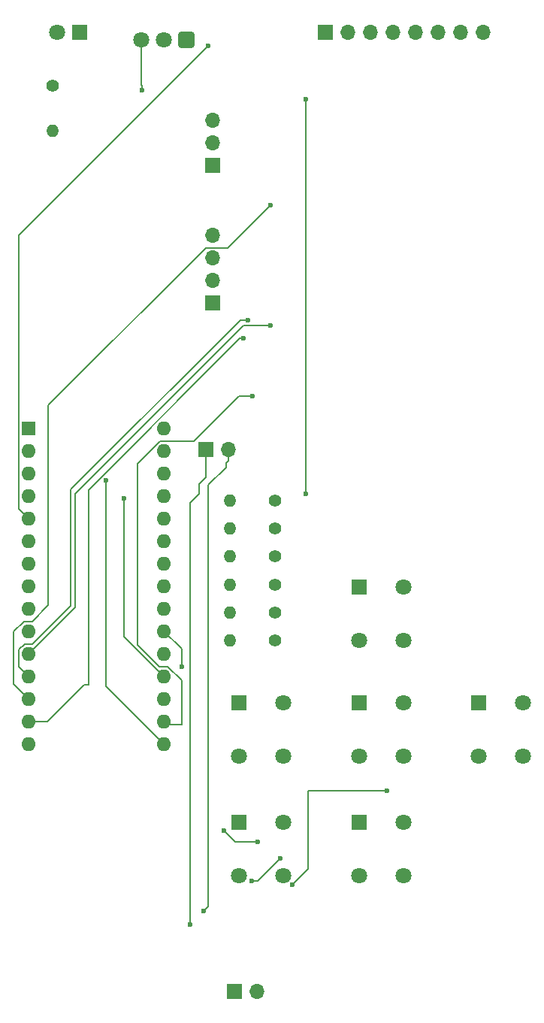
<source format=gbr>
%TF.GenerationSoftware,KiCad,Pcbnew,8.0.5*%
%TF.CreationDate,2024-11-02T20:08:25+01:00*%
%TF.ProjectId,universal_remote,756e6976-6572-4736-916c-5f72656d6f74,rev?*%
%TF.SameCoordinates,Original*%
%TF.FileFunction,Copper,L2,Bot*%
%TF.FilePolarity,Positive*%
%FSLAX46Y46*%
G04 Gerber Fmt 4.6, Leading zero omitted, Abs format (unit mm)*
G04 Created by KiCad (PCBNEW 8.0.5) date 2024-11-02 20:08:25*
%MOMM*%
%LPD*%
G01*
G04 APERTURE LIST*
G04 Aperture macros list*
%AMRoundRect*
0 Rectangle with rounded corners*
0 $1 Rounding radius*
0 $2 $3 $4 $5 $6 $7 $8 $9 X,Y pos of 4 corners*
0 Add a 4 corners polygon primitive as box body*
4,1,4,$2,$3,$4,$5,$6,$7,$8,$9,$2,$3,0*
0 Add four circle primitives for the rounded corners*
1,1,$1+$1,$2,$3*
1,1,$1+$1,$4,$5*
1,1,$1+$1,$6,$7*
1,1,$1+$1,$8,$9*
0 Add four rect primitives between the rounded corners*
20,1,$1+$1,$2,$3,$4,$5,0*
20,1,$1+$1,$4,$5,$6,$7,0*
20,1,$1+$1,$6,$7,$8,$9,0*
20,1,$1+$1,$8,$9,$2,$3,0*%
G04 Aperture macros list end*
%TA.AperFunction,ComponentPad*%
%ADD10C,1.400000*%
%TD*%
%TA.AperFunction,ComponentPad*%
%ADD11O,1.400000X1.400000*%
%TD*%
%TA.AperFunction,ComponentPad*%
%ADD12R,1.700000X1.700000*%
%TD*%
%TA.AperFunction,ComponentPad*%
%ADD13O,1.700000X1.700000*%
%TD*%
%TA.AperFunction,ComponentPad*%
%ADD14R,1.800000X1.800000*%
%TD*%
%TA.AperFunction,ComponentPad*%
%ADD15C,1.800000*%
%TD*%
%TA.AperFunction,ComponentPad*%
%ADD16RoundRect,0.248400X0.651600X0.651600X-0.651600X0.651600X-0.651600X-0.651600X0.651600X-0.651600X0*%
%TD*%
%TA.AperFunction,ComponentPad*%
%ADD17R,1.600000X1.600000*%
%TD*%
%TA.AperFunction,ComponentPad*%
%ADD18O,1.600000X1.600000*%
%TD*%
%TA.AperFunction,ViaPad*%
%ADD19C,0.600000*%
%TD*%
%TA.AperFunction,Conductor*%
%ADD20C,0.200000*%
%TD*%
G04 APERTURE END LIST*
D10*
%TO.P,R4,1*%
%TO.N,Net-(A1-GND-Pad29)*%
X131500000Y-101200000D03*
D11*
%TO.P,R4,2*%
%TO.N,Net-(A1-A2)*%
X126420000Y-101200000D03*
%TD*%
D10*
%TO.P,R5,1*%
%TO.N,Net-(A1-GND-Pad29)*%
X131500000Y-98050000D03*
D11*
%TO.P,R5,2*%
%TO.N,Net-(A1-A3)*%
X126420000Y-98050000D03*
%TD*%
D10*
%TO.P,R6,1*%
%TO.N,Net-(A1-GND-Pad29)*%
X131500000Y-94900000D03*
D11*
%TO.P,R6,2*%
%TO.N,Net-(A1-A4)*%
X126420000Y-94900000D03*
%TD*%
D10*
%TO.P,R2,1*%
%TO.N,Net-(A1-GND-Pad29)*%
X131500000Y-107500000D03*
D11*
%TO.P,R2,2*%
%TO.N,Net-(A1-A0)*%
X126420000Y-107500000D03*
%TD*%
D12*
%TO.P,J1,1,Pin_1*%
%TO.N,Net-(D1-K)*%
X137220000Y-39000000D03*
D13*
%TO.P,J1,2,Pin_2*%
%TO.N,Net-(A1-+5V)*%
X139760000Y-39000000D03*
%TO.P,J1,3,Pin_3*%
%TO.N,Net-(A1-D13)*%
X142300000Y-39000000D03*
%TO.P,J1,4,Pin_4*%
%TO.N,Net-(A1-D11)*%
X144840000Y-39000000D03*
%TO.P,J1,5,Pin_5*%
%TO.N,Net-(A1-D8)*%
X147380000Y-39000000D03*
%TO.P,J1,6,Pin_6*%
%TO.N,Net-(A1-D9)*%
X149920000Y-39000000D03*
%TO.P,J1,7,Pin_7*%
%TO.N,Net-(A1-D10)*%
X152460000Y-39000000D03*
%TO.P,J1,8,Pin_8*%
%TO.N,Net-(A1-3V3)*%
X155000000Y-39000000D03*
%TD*%
D14*
%TO.P,rightBtn,1,A*%
%TO.N,Net-(A1-A3)*%
X154500000Y-114500000D03*
D15*
%TO.P,rightBtn,2,A*%
X159500000Y-114500000D03*
%TO.P,rightBtn,3,B*%
%TO.N,Net-(A1-+5V)*%
X154500000Y-120500000D03*
%TO.P,rightBtn,4,B*%
X159500000Y-120500000D03*
%TD*%
D14*
%TO.P,confirmBtn,1,A*%
%TO.N,Net-(A1-A5)*%
X141000000Y-114500000D03*
D15*
%TO.P,confirmBtn,2,A*%
X146000000Y-114500000D03*
%TO.P,confirmBtn,3,B*%
%TO.N,Net-(A1-+5V)*%
X141000000Y-120500000D03*
%TO.P,confirmBtn,4,B*%
X146000000Y-120500000D03*
%TD*%
D12*
%TO.P,J2,1,Pin_1*%
%TO.N,Net-(BT1-+)*%
X126960000Y-147000000D03*
D13*
%TO.P,J2,2,Pin_2*%
%TO.N,Net-(BT1--)*%
X129500000Y-147000000D03*
%TD*%
D14*
%TO.P,downBtn,1,A*%
%TO.N,Net-(A1-A1)*%
X141000000Y-128000000D03*
D15*
%TO.P,downBtn,2,A*%
X146000000Y-128000000D03*
%TO.P,downBtn,3,B*%
%TO.N,Net-(A1-+5V)*%
X141000000Y-134000000D03*
%TO.P,downBtn,4,B*%
X146000000Y-134000000D03*
%TD*%
D14*
%TO.P,upBtn,1,A*%
%TO.N,Net-(A1-A0)*%
X141000000Y-101500000D03*
D15*
%TO.P,upBtn,2,A*%
X146000000Y-101500000D03*
%TO.P,upBtn,3,B*%
%TO.N,Net-(A1-+5V)*%
X141000000Y-107500000D03*
%TO.P,upBtn,4,B*%
X146000000Y-107500000D03*
%TD*%
D10*
%TO.P,R7,1*%
%TO.N,Net-(A1-GND-Pad29)*%
X131500000Y-91750000D03*
D11*
%TO.P,R7,2*%
%TO.N,Net-(A1-A5)*%
X126420000Y-91750000D03*
%TD*%
D16*
%TO.P,U1,1,OUT*%
%TO.N,Net-(A1-D2)*%
X121500000Y-39815000D03*
D15*
%TO.P,U1,2,GND*%
%TO.N,Net-(D1-K)*%
X118960000Y-39815000D03*
%TO.P,U1,3,Vs*%
%TO.N,Net-(A1-+5V)*%
X116420000Y-39815000D03*
%TD*%
D17*
%TO.P,A1,1,D1/TX*%
%TO.N,unconnected-(A1-D1{slash}TX-Pad1)*%
X103760000Y-83600000D03*
D18*
%TO.P,A1,2,D0/RX*%
%TO.N,unconnected-(A1-D0{slash}RX-Pad2)*%
X103760000Y-86140000D03*
%TO.P,A1,3,~{RESET}*%
%TO.N,unconnected-(A1-~{RESET}-Pad3)*%
X103760000Y-88680000D03*
%TO.P,A1,4,GND*%
%TO.N,Net-(D1-K)*%
X103760000Y-91220000D03*
%TO.P,A1,5,D2*%
%TO.N,Net-(A1-D2)*%
X103760000Y-93760000D03*
%TO.P,A1,6,D3*%
%TO.N,Net-(A1-D3)*%
X103760000Y-96300000D03*
%TO.P,A1,7,D4*%
%TO.N,unconnected-(A1-D4-Pad7)*%
X103760000Y-98840000D03*
%TO.P,A1,8,D5*%
%TO.N,unconnected-(A1-D5-Pad8)*%
X103760000Y-101380000D03*
%TO.P,A1,9,D6*%
%TO.N,unconnected-(A1-D6-Pad9)*%
X103760000Y-103920000D03*
%TO.P,A1,10,D7*%
%TO.N,unconnected-(A1-D7-Pad10)*%
X103760000Y-106460000D03*
%TO.P,A1,11,D8*%
%TO.N,Net-(A1-D8)*%
X103760000Y-109000000D03*
%TO.P,A1,12,D9*%
%TO.N,Net-(A1-D9)*%
X103760000Y-111540000D03*
%TO.P,A1,13,D10*%
%TO.N,Net-(A1-D10)*%
X103760000Y-114080000D03*
%TO.P,A1,14,D11*%
%TO.N,Net-(A1-D11)*%
X103760000Y-116620000D03*
%TO.P,A1,15,D12*%
%TO.N,unconnected-(A1-D12-Pad15)*%
X103760000Y-119160000D03*
%TO.P,A1,16,D13*%
%TO.N,Net-(A1-D13)*%
X119000000Y-119160000D03*
%TO.P,A1,17,3V3*%
%TO.N,Net-(A1-3V3)*%
X119000000Y-116620000D03*
%TO.P,A1,18,AREF*%
%TO.N,unconnected-(A1-AREF-Pad18)*%
X119000000Y-114080000D03*
%TO.P,A1,19,A0*%
%TO.N,Net-(A1-A0)*%
X119000000Y-111540000D03*
%TO.P,A1,20,A1*%
%TO.N,Net-(A1-A1)*%
X119000000Y-109000000D03*
%TO.P,A1,21,A2*%
%TO.N,Net-(A1-A2)*%
X119000000Y-106460000D03*
%TO.P,A1,22,A3*%
%TO.N,Net-(A1-A3)*%
X119000000Y-103920000D03*
%TO.P,A1,23,A4*%
%TO.N,Net-(A1-A4)*%
X119000000Y-101380000D03*
%TO.P,A1,24,A5*%
%TO.N,Net-(A1-A5)*%
X119000000Y-98840000D03*
%TO.P,A1,25,A6*%
%TO.N,unconnected-(A1-A6-Pad25)*%
X119000000Y-96300000D03*
%TO.P,A1,26,A7*%
%TO.N,unconnected-(A1-A7-Pad26)*%
X119000000Y-93760000D03*
%TO.P,A1,27,+5V*%
%TO.N,Net-(A1-+5V)*%
X119000000Y-91220000D03*
%TO.P,A1,28,~{RESET}*%
%TO.N,unconnected-(A1-~{RESET}-Pad28)*%
X119000000Y-88680000D03*
%TO.P,A1,29,GND*%
%TO.N,Net-(A1-GND-Pad29)*%
X119000000Y-86140000D03*
%TO.P,A1,30,VIN*%
%TO.N,unconnected-(A1-VIN-Pad30)*%
X119000000Y-83600000D03*
%TD*%
D10*
%TO.P,R220,1*%
%TO.N,Net-(D1-A)*%
X106500000Y-45000000D03*
D11*
%TO.P,R220,2*%
%TO.N,Net-(A1-D3)*%
X106500000Y-50080000D03*
%TD*%
D14*
%TO.P,leftBtn,1,A*%
%TO.N,Net-(A1-A2)*%
X127500000Y-114500000D03*
D15*
%TO.P,leftBtn,2,A*%
X132500000Y-114500000D03*
%TO.P,leftBtn,3,B*%
%TO.N,Net-(A1-+5V)*%
X127500000Y-120500000D03*
%TO.P,leftBtn,4,B*%
X132500000Y-120500000D03*
%TD*%
D14*
%TO.P,IR-Tx,1,K*%
%TO.N,Net-(D1-K)*%
X109500000Y-39000000D03*
D15*
%TO.P,IR-Tx,2,A*%
%TO.N,Net-(D1-A)*%
X106960000Y-39000000D03*
%TD*%
D10*
%TO.P,R3,1*%
%TO.N,Net-(A1-GND-Pad29)*%
X131500000Y-104350000D03*
D11*
%TO.P,R3,2*%
%TO.N,Net-(A1-A1)*%
X126420000Y-104350000D03*
%TD*%
D12*
%TO.P,J3,1,Pin_1*%
%TO.N,Net-(BT1-+)*%
X124500000Y-69500000D03*
D13*
%TO.P,J3,2,Pin_2*%
%TO.N,Net-(BT1--)*%
X124500000Y-66960000D03*
%TO.P,J3,3,Pin_3*%
%TO.N,Net-(J3-Pin_3)*%
X124500000Y-64420000D03*
%TO.P,J3,4,Pin_4*%
%TO.N,Net-(D1-K)*%
X124500000Y-61880000D03*
%TD*%
D12*
%TO.P,BT1,1,+*%
%TO.N,Net-(BT1-+)*%
X123725000Y-86000000D03*
D13*
%TO.P,BT1,2,-*%
%TO.N,Net-(BT1--)*%
X126265000Y-86000000D03*
%TD*%
D12*
%TO.P,J4,1,Pin_1*%
%TO.N,Net-(D1-K)*%
X124500000Y-54000000D03*
D13*
%TO.P,J4,2,Pin_2*%
%TO.N,Net-(A1-+5V)*%
X124500000Y-51460000D03*
%TO.P,J4,3,Pin_3*%
%TO.N,Net-(J3-Pin_3)*%
X124500000Y-48920000D03*
%TD*%
D14*
%TO.P,backBtn,1,A*%
%TO.N,Net-(A1-A4)*%
X127500000Y-128000000D03*
D15*
%TO.P,backBtn,2,A*%
X132500000Y-128000000D03*
%TO.P,backBtn,3,B*%
%TO.N,Net-(A1-+5V)*%
X127500000Y-134000000D03*
%TO.P,backBtn,4,B*%
X132500000Y-134000000D03*
%TD*%
D19*
%TO.N,Net-(BT1-+)*%
X122000000Y-139500000D03*
%TO.N,Net-(BT1--)*%
X123500000Y-138000000D03*
%TO.N,Net-(A1-D10)*%
X131000000Y-58500000D03*
%TO.N,Net-(A1-D13)*%
X112500000Y-89500000D03*
%TO.N,Net-(A1-D9)*%
X128500000Y-71400000D03*
%TO.N,Net-(A1-+5V)*%
X132080000Y-132080000D03*
X135000000Y-91000000D03*
X128905000Y-134620000D03*
X135000000Y-46500000D03*
X116500000Y-45500000D03*
%TO.N,Net-(A1-A0)*%
X114500000Y-91500000D03*
%TO.N,Net-(A1-A2)*%
X121000000Y-110500000D03*
%TO.N,Net-(A1-3V3)*%
X129000000Y-80000000D03*
%TO.N,Net-(A1-A1)*%
X133479795Y-135000000D03*
X144145000Y-124460000D03*
%TO.N,Net-(A1-D2)*%
X124000000Y-40500000D03*
%TO.N,Net-(A1-D8)*%
X131000000Y-72000000D03*
%TO.N,Net-(A1-D11)*%
X128000000Y-73500000D03*
%TO.N,Net-(A1-A4)*%
X125730000Y-128905000D03*
X129540000Y-130175000D03*
%TD*%
D20*
%TO.N,Net-(BT1-+)*%
X123725000Y-89123529D02*
X123725000Y-86000000D01*
X123000000Y-91000000D02*
X123000000Y-89848529D01*
X122000000Y-92000000D02*
X123000000Y-91000000D01*
X122000000Y-139500000D02*
X122000000Y-92000000D01*
X123000000Y-89848529D02*
X123725000Y-89123529D01*
%TO.N,Net-(BT1--)*%
X126000000Y-87500000D02*
X126265000Y-87235000D01*
X126000000Y-88000000D02*
X126000000Y-87500000D01*
X126265000Y-87235000D02*
X126265000Y-86000000D01*
X124000000Y-90000000D02*
X126000000Y-88000000D01*
X123500000Y-138000000D02*
X124000000Y-137500000D01*
X124000000Y-137500000D02*
X124000000Y-90000000D01*
%TO.N,Net-(A1-D10)*%
X123730000Y-63270000D02*
X106000000Y-81000000D01*
X106000000Y-81000000D02*
X106000000Y-103500000D01*
X104140000Y-105360000D02*
X103240000Y-105360000D01*
X102100000Y-106500000D02*
X102100000Y-112420000D01*
X131000000Y-58500000D02*
X126230000Y-63270000D01*
X126230000Y-63270000D02*
X123730000Y-63270000D01*
X102100000Y-112420000D02*
X103760000Y-114080000D01*
X103240000Y-105360000D02*
X102100000Y-106500000D01*
X106000000Y-103500000D02*
X104140000Y-105360000D01*
%TO.N,Net-(A1-D13)*%
X112500000Y-112660000D02*
X119000000Y-119160000D01*
X112500000Y-89500000D02*
X112500000Y-112660000D01*
%TO.N,Net-(A1-D9)*%
X104215635Y-107900000D02*
X103304365Y-107900000D01*
X108500000Y-90500000D02*
X108500000Y-103615635D01*
X127600000Y-71400000D02*
X108500000Y-90500000D01*
X128500000Y-71400000D02*
X127600000Y-71400000D01*
X108500000Y-103615635D02*
X104215635Y-107900000D01*
X102660000Y-108544365D02*
X102660000Y-110440000D01*
X102660000Y-110440000D02*
X103760000Y-111540000D01*
X103304365Y-107900000D02*
X102660000Y-108544365D01*
%TO.N,Net-(A1-+5V)*%
X128905000Y-134620000D02*
X129540000Y-134620000D01*
X116500000Y-45000000D02*
X116420000Y-44920000D01*
X129540000Y-134620000D02*
X132080000Y-132080000D01*
X135000000Y-91000000D02*
X135000000Y-46500000D01*
X116420000Y-44920000D02*
X116420000Y-39815000D01*
X116500000Y-45500000D02*
X116500000Y-45000000D01*
%TO.N,Net-(A1-A0)*%
X114500000Y-107040000D02*
X119000000Y-111540000D01*
X114500000Y-91500000D02*
X114500000Y-107040000D01*
%TO.N,Net-(A1-A2)*%
X121000000Y-110500000D02*
X121000000Y-108460000D01*
X121000000Y-108460000D02*
X119000000Y-106460000D01*
%TO.N,Net-(A1-3V3)*%
X129000000Y-80000000D02*
X127425000Y-80000000D01*
X121000000Y-111984365D02*
X121000000Y-117000000D01*
X118465686Y-110440000D02*
X119455635Y-110440000D01*
X127425000Y-80000000D02*
X122385000Y-85040000D01*
X119380000Y-117000000D02*
X119000000Y-116620000D01*
X116012843Y-87571522D02*
X116012843Y-107987157D01*
X119455635Y-110440000D02*
X121000000Y-111984365D01*
X122385000Y-85040000D02*
X118544365Y-85040000D01*
X121000000Y-117000000D02*
X119380000Y-117000000D01*
X118544365Y-85040000D02*
X116012843Y-87571522D01*
X116012843Y-107987157D02*
X118465686Y-110440000D01*
%TO.N,Net-(A1-A1)*%
X135255000Y-133224795D02*
X133479795Y-135000000D01*
X144145000Y-124460000D02*
X135255000Y-124460000D01*
X135255000Y-124460000D02*
X135255000Y-133224795D01*
%TO.N,Net-(A1-D2)*%
X102660000Y-92660000D02*
X103760000Y-93760000D01*
X102660000Y-61840000D02*
X102660000Y-92660000D01*
X124000000Y-40500000D02*
X102660000Y-61840000D01*
%TO.N,Net-(A1-D8)*%
X131000000Y-72000000D02*
X128000000Y-72000000D01*
X109000000Y-103760000D02*
X103760000Y-109000000D01*
X109000000Y-91000000D02*
X109000000Y-103760000D01*
X128000000Y-72000000D02*
X109000000Y-91000000D01*
%TO.N,Net-(A1-D11)*%
X110500000Y-90544365D02*
X110500000Y-112500000D01*
X127544365Y-73500000D02*
X110500000Y-90544365D01*
X105880000Y-116620000D02*
X103760000Y-116620000D01*
X110500000Y-112500000D02*
X110000000Y-112500000D01*
X128000000Y-73500000D02*
X127544365Y-73500000D01*
X110000000Y-112500000D02*
X105880000Y-116620000D01*
%TO.N,Net-(A1-A4)*%
X129540000Y-130175000D02*
X127000000Y-130175000D01*
X127000000Y-130175000D02*
X125730000Y-128905000D01*
%TD*%
M02*

</source>
